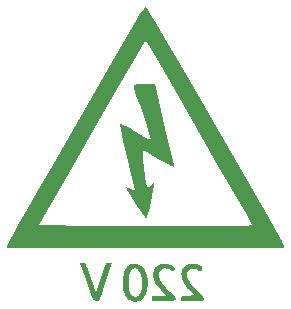
<source format=gbo>
G04 Layer: BottomSilkLayer*
G04 EasyEDA v6.4.17, 2021-03-27T11:51:15+01:00*
G04 529596ce29184b6dae0a6c6abc880a80,a5e8219e36ff45ba9783bf595b991e38,10*
G04 Gerber Generator version 0.2*
G04 Scale: 100 percent, Rotated: No, Reflected: No *
G04 Dimensions in millimeters *
G04 leading zeros omitted , absolute positions ,4 integer and 5 decimal *
%FSLAX45Y45*%
%MOMM*%

%ADD10C,0.0001*%

%LPD*%
G36*
X2521407Y-81330D02*
G01*
X2520340Y-81534D01*
X2517648Y-83210D01*
X2514041Y-86512D01*
X2509672Y-91389D01*
X2504541Y-97840D01*
X2492146Y-115112D01*
X2484882Y-125882D01*
X2468575Y-151434D01*
X2449982Y-181914D01*
X2411933Y-247243D01*
X2237638Y-549808D01*
X1702307Y-1477975D01*
X1605483Y-1646936D01*
X1527606Y-1783435D01*
X1445857Y-1927606D01*
X1619250Y-1927555D01*
X1650187Y-1872945D01*
X1869389Y-1491437D01*
X2152192Y-1000810D01*
X2338578Y-679297D01*
X2447036Y-493522D01*
X2485186Y-428802D01*
X2510688Y-386130D01*
X2518257Y-373837D01*
X2522575Y-367436D01*
X2525471Y-368960D01*
X2529230Y-373329D01*
X2533446Y-379882D01*
X2541016Y-394258D01*
X2558338Y-424992D01*
X2640431Y-568452D01*
X2766720Y-788060D01*
X3138881Y-1432915D01*
X3376625Y-1845767D01*
X3425850Y-1932381D01*
X3411169Y-1932939D01*
X3369005Y-1933448D01*
X3212338Y-1934362D01*
X2899156Y-1935175D01*
X2722270Y-1935378D01*
X2349093Y-1935276D01*
X2178913Y-1934819D01*
X2016506Y-1934057D01*
X1896618Y-1933244D01*
X1794865Y-1932228D01*
X1713941Y-1931060D01*
X1656334Y-1929790D01*
X1637080Y-1929130D01*
X1624685Y-1928418D01*
X1619402Y-1927707D01*
X1445857Y-1927606D01*
X1404772Y-2000757D01*
X1375613Y-2053437D01*
X1357680Y-2086660D01*
X1352143Y-2098294D01*
X1348028Y-2119934D01*
X3695496Y-2119934D01*
X3691128Y-2097786D01*
X3687775Y-2090826D01*
X3673195Y-2063597D01*
X3648252Y-2018538D01*
X3564585Y-1870049D01*
X3437636Y-1647139D01*
X3280105Y-1372260D01*
X3093618Y-1048562D01*
X2991713Y-872236D01*
X2898952Y-712317D01*
X2753715Y-463448D01*
X2688539Y-352653D01*
X2636418Y-264769D01*
X2595930Y-197307D01*
X2562250Y-142138D01*
X2538425Y-104444D01*
X2530703Y-92811D01*
X2524201Y-83921D01*
X2522270Y-81889D01*
G37*
G36*
X2512517Y-736142D02*
G01*
X2488742Y-736295D01*
X2468981Y-736752D01*
X2452979Y-737565D01*
X2440482Y-738784D01*
X2435504Y-739495D01*
X2431237Y-740359D01*
X2427782Y-741324D01*
X2424988Y-742442D01*
X2422855Y-743661D01*
X2421432Y-744982D01*
X2420569Y-746455D01*
X2420264Y-748030D01*
X2421331Y-752957D01*
X2424277Y-763473D01*
X2435453Y-799185D01*
X2452370Y-851204D01*
X2473858Y-915416D01*
X2522982Y-1059738D01*
X2543962Y-1122324D01*
X2560167Y-1171752D01*
X2570378Y-1204214D01*
X2573375Y-1215085D01*
X2573324Y-1215847D01*
X2564892Y-1211580D01*
X2525725Y-1189532D01*
X2426868Y-1132332D01*
X2388666Y-1110589D01*
X2357170Y-1093571D01*
X2344013Y-1086866D01*
X2332634Y-1081379D01*
X2322982Y-1077061D01*
X2315159Y-1074013D01*
X2309114Y-1072184D01*
X2304948Y-1071626D01*
X2303526Y-1071829D01*
X2302611Y-1072337D01*
X2302154Y-1073150D01*
X2302357Y-1077264D01*
X2303729Y-1086154D01*
X2309622Y-1116685D01*
X2319274Y-1161948D01*
X2332024Y-1219200D01*
X2347264Y-1285697D01*
X2413508Y-1566214D01*
X2429510Y-1636318D01*
X2428748Y-1636776D01*
X2426512Y-1636420D01*
X2422956Y-1635353D01*
X2418283Y-1633626D01*
X2406142Y-1628343D01*
X2384298Y-1617573D01*
X2372664Y-1612087D01*
X2368143Y-1610360D01*
X2364536Y-1609445D01*
X2361844Y-1609394D01*
X2360879Y-1609750D01*
X2360168Y-1610360D01*
X2359710Y-1611223D01*
X2359507Y-1612392D01*
X2359558Y-1613865D01*
X2360523Y-1617675D01*
X2362606Y-1622856D01*
X2365806Y-1629460D01*
X2370226Y-1637538D01*
X2382774Y-1658670D01*
X2400604Y-1686966D01*
X2451252Y-1765350D01*
X2473655Y-1798828D01*
X2493060Y-1826514D01*
X2501493Y-1837943D01*
X2509062Y-1847748D01*
X2515616Y-1855825D01*
X2521153Y-1862023D01*
X2525674Y-1866392D01*
X2528976Y-1868779D01*
X2530246Y-1869186D01*
X2531160Y-1869135D01*
X2531770Y-1868525D01*
X2532989Y-1865477D01*
X2536748Y-1852675D01*
X2541981Y-1832356D01*
X2555392Y-1775714D01*
X2573934Y-1691792D01*
X2586685Y-1630273D01*
X2591358Y-1605940D01*
X2594457Y-1588058D01*
X2595270Y-1582064D01*
X2595575Y-1578254D01*
X2595168Y-1574698D01*
X2593898Y-1572666D01*
X2591663Y-1572107D01*
X2588412Y-1573174D01*
X2583992Y-1575866D01*
X2578404Y-1580235D01*
X2571546Y-1586280D01*
X2556103Y-1600809D01*
X2549753Y-1606296D01*
X2544216Y-1610512D01*
X2539542Y-1613509D01*
X2535834Y-1615186D01*
X2533091Y-1615490D01*
X2531414Y-1614474D01*
X2530805Y-1612036D01*
X2530297Y-1604975D01*
X2526690Y-1570329D01*
X2520492Y-1515008D01*
X2512517Y-1447088D01*
X2503830Y-1370279D01*
X2500680Y-1339037D01*
X2498547Y-1314653D01*
X2497480Y-1298498D01*
X2497429Y-1294028D01*
X2497734Y-1292199D01*
X2498242Y-1292148D01*
X2501036Y-1293114D01*
X2513025Y-1299057D01*
X2532481Y-1309624D01*
X2558034Y-1324152D01*
X2588463Y-1341882D01*
X2662682Y-1386078D01*
X2697480Y-1406093D01*
X2711958Y-1414068D01*
X2724505Y-1420672D01*
X2735224Y-1425956D01*
X2744012Y-1429918D01*
X2751023Y-1432560D01*
X2756255Y-1433880D01*
X2758186Y-1434084D01*
X2759710Y-1433931D01*
X2760776Y-1433525D01*
X2761386Y-1432763D01*
X2761589Y-1431137D01*
X2758998Y-1416812D01*
X2752648Y-1386484D01*
X2730500Y-1286611D01*
X2698953Y-1148689D01*
X2629357Y-848512D01*
X2610154Y-764590D01*
X2604820Y-740359D01*
X2604312Y-739698D01*
X2600604Y-738936D01*
X2593594Y-738225D01*
X2571140Y-737057D01*
X2539898Y-736346D01*
G37*
G36*
X2208733Y-2249068D02*
G01*
X2201976Y-2249322D01*
X2199030Y-2249678D01*
X2196287Y-2250338D01*
X2193696Y-2251354D01*
X2191258Y-2252726D01*
X2188921Y-2254605D01*
X2186635Y-2256993D01*
X2184349Y-2260041D01*
X2182063Y-2263698D01*
X2177338Y-2273401D01*
X2172055Y-2286660D01*
X2165959Y-2303932D01*
X2150059Y-2352852D01*
X2126996Y-2426716D01*
X2113076Y-2473706D01*
X2109825Y-2485694D01*
X2108352Y-2489758D01*
X2107539Y-2491079D01*
X2106625Y-2491943D01*
X2105660Y-2492298D01*
X2104644Y-2492095D01*
X2103475Y-2491333D01*
X2100783Y-2488031D01*
X2097582Y-2482138D01*
X2093671Y-2473502D01*
X2089048Y-2461869D01*
X2083511Y-2447086D01*
X2069490Y-2407158D01*
X2051456Y-2354122D01*
X2036419Y-2311450D01*
X2030374Y-2295499D01*
X2025091Y-2282698D01*
X2020316Y-2272639D01*
X2015896Y-2265070D01*
X2013813Y-2262022D01*
X2011680Y-2259482D01*
X2009597Y-2257399D01*
X2007463Y-2255672D01*
X2005279Y-2254250D01*
X2000707Y-2252319D01*
X1995627Y-2251151D01*
X1992884Y-2250795D01*
X1983333Y-2250236D01*
X1975510Y-2250948D01*
X1970227Y-2252726D01*
X1968296Y-2255418D01*
X1969719Y-2261158D01*
X1980285Y-2293670D01*
X1998827Y-2347569D01*
X2022652Y-2415133D01*
X2042261Y-2469642D01*
X2057044Y-2509367D01*
X2063089Y-2524404D01*
X2068372Y-2536698D01*
X2073097Y-2546451D01*
X2077415Y-2554071D01*
X2081530Y-2559710D01*
X2085492Y-2563825D01*
X2087473Y-2565349D01*
X2091588Y-2567584D01*
X2096007Y-2568956D01*
X2100884Y-2569768D01*
X2107285Y-2570429D01*
X2113737Y-2570683D01*
X2116632Y-2570480D01*
X2119274Y-2569870D01*
X2121712Y-2568905D01*
X2124049Y-2567482D01*
X2126335Y-2565552D01*
X2128520Y-2563012D01*
X2130755Y-2559862D01*
X2132990Y-2555951D01*
X2137714Y-2545740D01*
X2143099Y-2531872D01*
X2149398Y-2513838D01*
X2171141Y-2448204D01*
X2202992Y-2349449D01*
X2234336Y-2249068D01*
G37*
G36*
X2424074Y-2257450D02*
G01*
X2417724Y-2257856D01*
X2411476Y-2258618D01*
X2405278Y-2259787D01*
X2399233Y-2261311D01*
X2393289Y-2263241D01*
X2387549Y-2265578D01*
X2382012Y-2268270D01*
X2378456Y-2270404D01*
X2375001Y-2272842D01*
X2371648Y-2275636D01*
X2368448Y-2278735D01*
X2362301Y-2285796D01*
X2356662Y-2294026D01*
X2351481Y-2303272D01*
X2346756Y-2313432D01*
X2342591Y-2324404D01*
X2338882Y-2336088D01*
X2335733Y-2348382D01*
X2333091Y-2361184D01*
X2331059Y-2374392D01*
X2329535Y-2387904D01*
X2328621Y-2401620D01*
X2328318Y-2415133D01*
X2378760Y-2415133D01*
X2378964Y-2397048D01*
X2379624Y-2381148D01*
X2380792Y-2367330D01*
X2382418Y-2355240D01*
X2384653Y-2344724D01*
X2387498Y-2335530D01*
X2390952Y-2327402D01*
X2395118Y-2320188D01*
X2398318Y-2315616D01*
X2401620Y-2311501D01*
X2405024Y-2307894D01*
X2408478Y-2304796D01*
X2411984Y-2302154D01*
X2415540Y-2299970D01*
X2419146Y-2298242D01*
X2422753Y-2296972D01*
X2426411Y-2296109D01*
X2430018Y-2295753D01*
X2433675Y-2295753D01*
X2437282Y-2296210D01*
X2440889Y-2297074D01*
X2444445Y-2298395D01*
X2447950Y-2300071D01*
X2451404Y-2302103D01*
X2454757Y-2304592D01*
X2458059Y-2307437D01*
X2461260Y-2310638D01*
X2464409Y-2314194D01*
X2467406Y-2318156D01*
X2470251Y-2322423D01*
X2472994Y-2327046D01*
X2475585Y-2332024D01*
X2480310Y-2342946D01*
X2484323Y-2355138D01*
X2486050Y-2361692D01*
X2487574Y-2368550D01*
X2489911Y-2383078D01*
X2491486Y-2398776D01*
X2492248Y-2413965D01*
X2492248Y-2428595D01*
X2491536Y-2442616D01*
X2490063Y-2455875D01*
X2487930Y-2468422D01*
X2485085Y-2480106D01*
X2483459Y-2485593D01*
X2479649Y-2495854D01*
X2477566Y-2500630D01*
X2472893Y-2509316D01*
X2470353Y-2513279D01*
X2464866Y-2520238D01*
X2461920Y-2523236D01*
X2458872Y-2525928D01*
X2455672Y-2528316D01*
X2452370Y-2530348D01*
X2448915Y-2532024D01*
X2445410Y-2533345D01*
X2441752Y-2534310D01*
X2437993Y-2534869D01*
X2434132Y-2535072D01*
X2429560Y-2534869D01*
X2425141Y-2534259D01*
X2420975Y-2533243D01*
X2417013Y-2531821D01*
X2413254Y-2529992D01*
X2409647Y-2527757D01*
X2406294Y-2525115D01*
X2403094Y-2522016D01*
X2400147Y-2518562D01*
X2397353Y-2514650D01*
X2394762Y-2510332D01*
X2392375Y-2505557D01*
X2390190Y-2500426D01*
X2388209Y-2494838D01*
X2386380Y-2488793D01*
X2383383Y-2475484D01*
X2381097Y-2460396D01*
X2379624Y-2443632D01*
X2378862Y-2425090D01*
X2378760Y-2415133D01*
X2328318Y-2415133D01*
X2328367Y-2422296D01*
X2328976Y-2436063D01*
X2330196Y-2449626D01*
X2332075Y-2462936D01*
X2334564Y-2475890D01*
X2337765Y-2488387D01*
X2341676Y-2500274D01*
X2346248Y-2511501D01*
X2348788Y-2516835D01*
X2351684Y-2522270D01*
X2357983Y-2532430D01*
X2361336Y-2537155D01*
X2364790Y-2541574D01*
X2368397Y-2545740D01*
X2375966Y-2553309D01*
X2383942Y-2559862D01*
X2392222Y-2565400D01*
X2396490Y-2567787D01*
X2405176Y-2571750D01*
X2409647Y-2573375D01*
X2418588Y-2575814D01*
X2427681Y-2577236D01*
X2436774Y-2577642D01*
X2445816Y-2576982D01*
X2450338Y-2576322D01*
X2459278Y-2574137D01*
X2468016Y-2570988D01*
X2472334Y-2569006D01*
X2480716Y-2564282D01*
X2484780Y-2561539D01*
X2488742Y-2558542D01*
X2496362Y-2551836D01*
X2500071Y-2548077D01*
X2506980Y-2539796D01*
X2510282Y-2535275D01*
X2516378Y-2525471D01*
X2519222Y-2520188D01*
X2524252Y-2509113D01*
X2528570Y-2497683D01*
X2532227Y-2485796D01*
X2535174Y-2473553D01*
X2537510Y-2461006D01*
X2539238Y-2448255D01*
X2540304Y-2435352D01*
X2540762Y-2422398D01*
X2540609Y-2409444D01*
X2539847Y-2396591D01*
X2538476Y-2383840D01*
X2536545Y-2371344D01*
X2534005Y-2359152D01*
X2530856Y-2347315D01*
X2527198Y-2335936D01*
X2522931Y-2325014D01*
X2518156Y-2314752D01*
X2512822Y-2305100D01*
X2506929Y-2296210D01*
X2503830Y-2292045D01*
X2497175Y-2284374D01*
X2492908Y-2280310D01*
X2488336Y-2276551D01*
X2483459Y-2273096D01*
X2478278Y-2269998D01*
X2472842Y-2267204D01*
X2467203Y-2264765D01*
X2461361Y-2262682D01*
X2455367Y-2260904D01*
X2449220Y-2259533D01*
X2443022Y-2258466D01*
X2436723Y-2257755D01*
X2430373Y-2257450D01*
G37*
G36*
X2917393Y-2258466D02*
G01*
X2911805Y-2258517D01*
X2901086Y-2259330D01*
X2891129Y-2260854D01*
X2881833Y-2263190D01*
X2873248Y-2266188D01*
X2865374Y-2269896D01*
X2861665Y-2271979D01*
X2854858Y-2276652D01*
X2851708Y-2279192D01*
X2845968Y-2284780D01*
X2840939Y-2290876D01*
X2836621Y-2297531D01*
X2833014Y-2304643D01*
X2830169Y-2312212D01*
X2828036Y-2320188D01*
X2826613Y-2328570D01*
X2825902Y-2337308D01*
X2825953Y-2346401D01*
X2826766Y-2355748D01*
X2828290Y-2365400D01*
X2830576Y-2375255D01*
X2833573Y-2385314D01*
X2837332Y-2395524D01*
X2841853Y-2405837D01*
X2847086Y-2416302D01*
X2853080Y-2426817D01*
X2859887Y-2437333D01*
X2867406Y-2447899D01*
X2875686Y-2458415D01*
X2884728Y-2468829D01*
X2894533Y-2479192D01*
X2937967Y-2521254D01*
X2867761Y-2526842D01*
X2848813Y-2528925D01*
X2841548Y-2530144D01*
X2835605Y-2531516D01*
X2830830Y-2533142D01*
X2827070Y-2535072D01*
X2824175Y-2537358D01*
X2822041Y-2540050D01*
X2820466Y-2543200D01*
X2819400Y-2546908D01*
X2818231Y-2554122D01*
X2817926Y-2559100D01*
X2818180Y-2561234D01*
X2818739Y-2563063D01*
X2819755Y-2564739D01*
X2821228Y-2566111D01*
X2823311Y-2567381D01*
X2826004Y-2568397D01*
X2829407Y-2569260D01*
X2833573Y-2569972D01*
X2844546Y-2570988D01*
X2859430Y-2571597D01*
X2878886Y-2571902D01*
X2946298Y-2571800D01*
X2962554Y-2571496D01*
X2976676Y-2570835D01*
X2988665Y-2569921D01*
X2998673Y-2568549D01*
X3006598Y-2566720D01*
X3009849Y-2565603D01*
X3012592Y-2564333D01*
X3014827Y-2562910D01*
X3016605Y-2561386D01*
X3017926Y-2559608D01*
X3018739Y-2557729D01*
X3019094Y-2555595D01*
X3019044Y-2553309D01*
X3018485Y-2550820D01*
X3017469Y-2548128D01*
X3016046Y-2545232D01*
X3011830Y-2538679D01*
X3005886Y-2531160D01*
X2998266Y-2522626D01*
X2989021Y-2512974D01*
X2952546Y-2477058D01*
X2940304Y-2464460D01*
X2929077Y-2452217D01*
X2918866Y-2440432D01*
X2909671Y-2429002D01*
X2901492Y-2418029D01*
X2894279Y-2407412D01*
X2888081Y-2397252D01*
X2882900Y-2387549D01*
X2878683Y-2378252D01*
X2875534Y-2369362D01*
X2874314Y-2365095D01*
X2872689Y-2356866D01*
X2872028Y-2349093D01*
X2872435Y-2341727D01*
X2872994Y-2338273D01*
X2874924Y-2331618D01*
X2876296Y-2328418D01*
X2879699Y-2322474D01*
X2884170Y-2316937D01*
X2889707Y-2311908D01*
X2892806Y-2309571D01*
X2899054Y-2305456D01*
X2904947Y-2302103D01*
X2910636Y-2299462D01*
X2916224Y-2297582D01*
X2921762Y-2296464D01*
X2927400Y-2296058D01*
X2933242Y-2296414D01*
X2939288Y-2297480D01*
X2945739Y-2299309D01*
X2952648Y-2301900D01*
X2960116Y-2305202D01*
X2978200Y-2314397D01*
X2985770Y-2317953D01*
X2991307Y-2319832D01*
X2995269Y-2319934D01*
X2997962Y-2318156D01*
X2999892Y-2314346D01*
X3001416Y-2308453D01*
X3002889Y-2300325D01*
X3003296Y-2296007D01*
X3002788Y-2291791D01*
X3001518Y-2287778D01*
X2999435Y-2283917D01*
X2996539Y-2280259D01*
X2992831Y-2276805D01*
X2988310Y-2273554D01*
X2983026Y-2270506D01*
X2979521Y-2268880D01*
X2970733Y-2265883D01*
X2960065Y-2263190D01*
X2948178Y-2261006D01*
X2935732Y-2259431D01*
X2923387Y-2258568D01*
G37*
G36*
X2677566Y-2258669D02*
G01*
X2670606Y-2258771D01*
X2663952Y-2259228D01*
X2657500Y-2259990D01*
X2651252Y-2261108D01*
X2645308Y-2262479D01*
X2639568Y-2264206D01*
X2634132Y-2266238D01*
X2628900Y-2268524D01*
X2623972Y-2271166D01*
X2619349Y-2274062D01*
X2614980Y-2277262D01*
X2610866Y-2280716D01*
X2607056Y-2284476D01*
X2603550Y-2288489D01*
X2600401Y-2292756D01*
X2597505Y-2297277D01*
X2594914Y-2302052D01*
X2592679Y-2307031D01*
X2590800Y-2312314D01*
X2589174Y-2317800D01*
X2587955Y-2323541D01*
X2587040Y-2329484D01*
X2586532Y-2335631D01*
X2586329Y-2341981D01*
X2586634Y-2354376D01*
X2587548Y-2365857D01*
X2589174Y-2376678D01*
X2590292Y-2381910D01*
X2593238Y-2392121D01*
X2595016Y-2397099D01*
X2599436Y-2407107D01*
X2604922Y-2417165D01*
X2611628Y-2427528D01*
X2619603Y-2438349D01*
X2628950Y-2449880D01*
X2639822Y-2462225D01*
X2652217Y-2475636D01*
X2699715Y-2525826D01*
X2624785Y-2525877D01*
X2603855Y-2526334D01*
X2596184Y-2526893D01*
X2590139Y-2527757D01*
X2585567Y-2529027D01*
X2582164Y-2530754D01*
X2579827Y-2533040D01*
X2578354Y-2535885D01*
X2577541Y-2539441D01*
X2577185Y-2543759D01*
X2577134Y-2571953D01*
X2697632Y-2571902D01*
X2714650Y-2571648D01*
X2729534Y-2571140D01*
X2742438Y-2570378D01*
X2753410Y-2569260D01*
X2762402Y-2567787D01*
X2769514Y-2565857D01*
X2772410Y-2564739D01*
X2774797Y-2563469D01*
X2776778Y-2562047D01*
X2778252Y-2560523D01*
X2779318Y-2558846D01*
X2779979Y-2557018D01*
X2780182Y-2554986D01*
X2779928Y-2552852D01*
X2779268Y-2550515D01*
X2778201Y-2548026D01*
X2776728Y-2545283D01*
X2772562Y-2539339D01*
X2766771Y-2532583D01*
X2759456Y-2524912D01*
X2750667Y-2516378D01*
X2727960Y-2495550D01*
X2715158Y-2483358D01*
X2703271Y-2471166D01*
X2692247Y-2459177D01*
X2682138Y-2447290D01*
X2672943Y-2435606D01*
X2664714Y-2424125D01*
X2657398Y-2412949D01*
X2651099Y-2402027D01*
X2645714Y-2391460D01*
X2641396Y-2381250D01*
X2638094Y-2371496D01*
X2635808Y-2362098D01*
X2634538Y-2353259D01*
X2634284Y-2348992D01*
X2634335Y-2344877D01*
X2634640Y-2340864D01*
X2635250Y-2337054D01*
X2636113Y-2333345D01*
X2637231Y-2329789D01*
X2638602Y-2326436D01*
X2640330Y-2323185D01*
X2642260Y-2320137D01*
X2644495Y-2317242D01*
X2647035Y-2314498D01*
X2649880Y-2311958D01*
X2652979Y-2309571D01*
X2659176Y-2305456D01*
X2665120Y-2302103D01*
X2670810Y-2299462D01*
X2676398Y-2297582D01*
X2681935Y-2296464D01*
X2687624Y-2296058D01*
X2693416Y-2296414D01*
X2699512Y-2297531D01*
X2706014Y-2299360D01*
X2712923Y-2301951D01*
X2720441Y-2305304D01*
X2736037Y-2313127D01*
X2742285Y-2315819D01*
X2747416Y-2317546D01*
X2751683Y-2318258D01*
X2755239Y-2318054D01*
X2758186Y-2316835D01*
X2760776Y-2314702D01*
X2763062Y-2311654D01*
X2766822Y-2305202D01*
X2769108Y-2299716D01*
X2769819Y-2294991D01*
X2768854Y-2290724D01*
X2766060Y-2286609D01*
X2761284Y-2282444D01*
X2754477Y-2277922D01*
X2745486Y-2272792D01*
X2741676Y-2270963D01*
X2737205Y-2269134D01*
X2726842Y-2265832D01*
X2715056Y-2262987D01*
X2702458Y-2260752D01*
X2689758Y-2259279D01*
G37*
M02*

</source>
